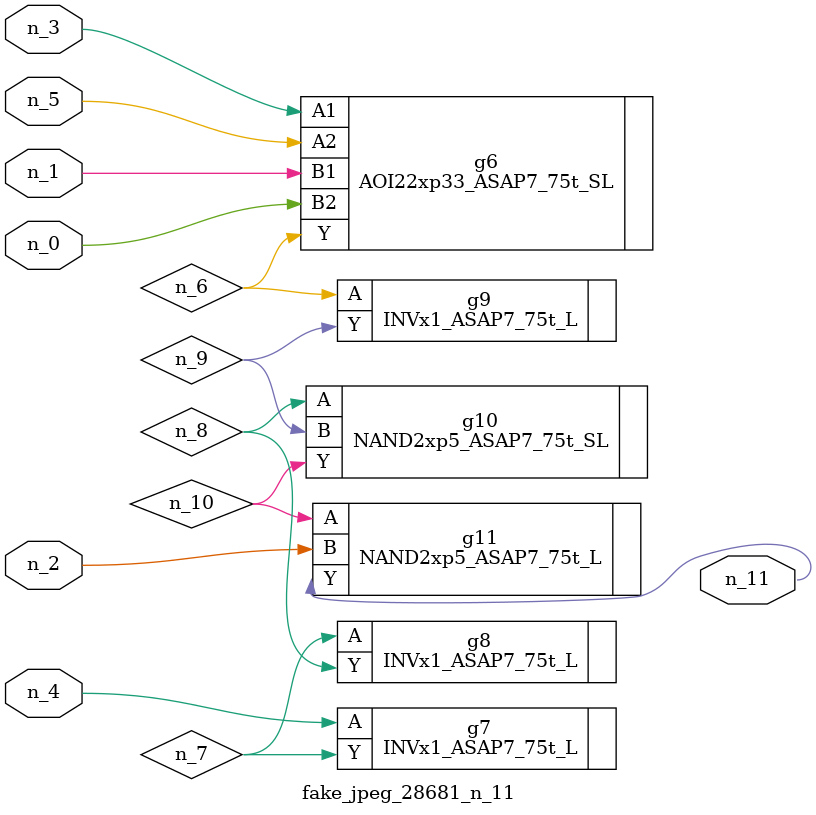
<source format=v>
module fake_jpeg_28681_n_11 (n_3, n_2, n_1, n_0, n_4, n_5, n_11);

input n_3;
input n_2;
input n_1;
input n_0;
input n_4;
input n_5;

output n_11;

wire n_10;
wire n_8;
wire n_9;
wire n_6;
wire n_7;

AOI22xp33_ASAP7_75t_SL g6 ( 
.A1(n_3),
.A2(n_5),
.B1(n_1),
.B2(n_0),
.Y(n_6)
);

INVx1_ASAP7_75t_L g7 ( 
.A(n_4),
.Y(n_7)
);

INVx1_ASAP7_75t_L g8 ( 
.A(n_7),
.Y(n_8)
);

NAND2xp5_ASAP7_75t_SL g10 ( 
.A(n_8),
.B(n_9),
.Y(n_10)
);

INVx1_ASAP7_75t_L g9 ( 
.A(n_6),
.Y(n_9)
);

NAND2xp5_ASAP7_75t_L g11 ( 
.A(n_10),
.B(n_2),
.Y(n_11)
);


endmodule
</source>
